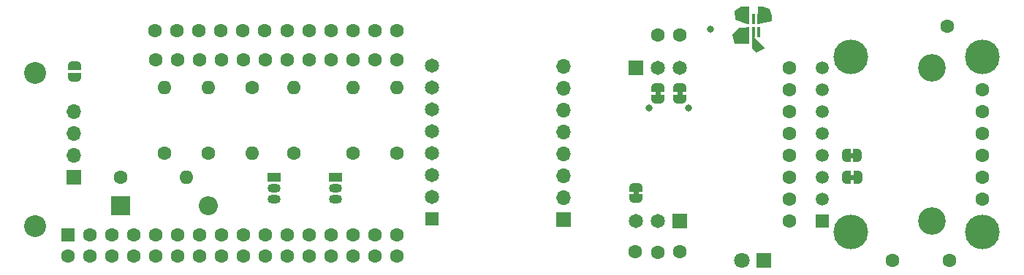
<source format=gbr>
%TF.GenerationSoftware,KiCad,Pcbnew,(7.0.0-0)*%
%TF.CreationDate,2023-06-13T14:54:47-07:00*%
%TF.ProjectId,ssrov-kicad-openctd,7373726f-762d-46b6-9963-61642d6f7065,rev?*%
%TF.SameCoordinates,Original*%
%TF.FileFunction,Soldermask,Bot*%
%TF.FilePolarity,Negative*%
%FSLAX46Y46*%
G04 Gerber Fmt 4.6, Leading zero omitted, Abs format (unit mm)*
G04 Created by KiCad (PCBNEW (7.0.0-0)) date 2023-06-13 14:54:47*
%MOMM*%
%LPD*%
G01*
G04 APERTURE LIST*
G04 Aperture macros list*
%AMFreePoly0*
4,1,19,0.500000,-0.750000,0.000000,-0.750000,0.000000,-0.744911,-0.071157,-0.744911,-0.207708,-0.704816,-0.327430,-0.627875,-0.420627,-0.520320,-0.479746,-0.390866,-0.500000,-0.250000,-0.500000,0.250000,-0.479746,0.390866,-0.420627,0.520320,-0.327430,0.627875,-0.207708,0.704816,-0.071157,0.744911,0.000000,0.744911,0.000000,0.750000,0.500000,0.750000,0.500000,-0.750000,0.500000,-0.750000,
$1*%
%AMFreePoly1*
4,1,19,0.000000,0.744911,0.071157,0.744911,0.207708,0.704816,0.327430,0.627875,0.420627,0.520320,0.479746,0.390866,0.500000,0.250000,0.500000,-0.250000,0.479746,-0.390866,0.420627,-0.520320,0.327430,-0.627875,0.207708,-0.704816,0.071157,-0.744911,0.000000,-0.744911,0.000000,-0.750000,-0.500000,-0.750000,-0.500000,0.750000,0.000000,0.750000,0.000000,0.744911,0.000000,0.744911,
$1*%
G04 Aperture macros list end*
%ADD10C,0.000000*%
%ADD11R,1.500000X1.050000*%
%ADD12O,1.500000X1.050000*%
%ADD13C,1.600000*%
%ADD14O,1.600000X1.600000*%
%ADD15R,1.508000X1.508000*%
%ADD16C,1.508000*%
%ADD17C,3.200000*%
%ADD18C,2.540000*%
%ADD19R,1.600000X1.600000*%
%ADD20R,1.651000X1.651000*%
%ADD21C,1.651000*%
%ADD22R,1.700000X1.700000*%
%ADD23O,1.700000X1.700000*%
%ADD24R,2.200000X2.200000*%
%ADD25O,2.200000X2.200000*%
%ADD26C,4.016000*%
%ADD27FreePoly0,90.000000*%
%ADD28FreePoly1,90.000000*%
%ADD29FreePoly0,0.000000*%
%ADD30FreePoly1,0.000000*%
%ADD31R,0.350000X1.200000*%
%ADD32R,1.650000X1.650000*%
%ADD33C,1.650000*%
%ADD34R,1.800000X1.800000*%
%ADD35C,1.800000*%
%ADD36FreePoly0,270.000000*%
%ADD37FreePoly1,270.000000*%
%ADD38C,0.800000*%
G04 APERTURE END LIST*
D10*
G36*
X179199000Y-82804000D02*
G01*
X177546000Y-82804000D01*
X177292000Y-81788000D01*
X178054000Y-80907000D01*
X179199000Y-80907000D01*
X179199000Y-82804000D01*
G37*
G36*
X179844000Y-82042000D02*
G01*
X180086000Y-82326000D01*
X180594000Y-82804000D01*
X181102000Y-83312000D01*
X180086000Y-83820000D01*
X179578000Y-83312000D01*
X179578000Y-81026000D01*
X179832000Y-81026000D01*
X179844000Y-82042000D01*
G37*
G36*
X179199000Y-80520000D02*
G01*
X178941000Y-80520000D01*
X177651000Y-80004000D01*
X177546000Y-78994000D01*
X178308000Y-78486000D01*
X179199000Y-78486000D01*
X179199000Y-80520000D01*
G37*
G36*
X181610000Y-78740000D02*
G01*
X181864000Y-79502000D01*
X181864000Y-80133000D01*
X180231000Y-80520000D01*
X180231000Y-78486000D01*
X180848000Y-78486000D01*
X181610000Y-78740000D01*
G37*
%TO.C,JP5*%
G36*
X166416000Y-100330000D02*
G01*
X165816000Y-100330000D01*
X165816000Y-99830000D01*
X166416000Y-99830000D01*
X166416000Y-100330000D01*
G37*
%TO.C,JP7*%
G36*
X191396000Y-98598000D02*
G01*
X190896000Y-98598000D01*
X190896000Y-97998000D01*
X191396000Y-97998000D01*
X191396000Y-98598000D01*
G37*
%TO.C,JP4*%
G36*
X168956000Y-88788000D02*
G01*
X168356000Y-88788000D01*
X168356000Y-88288000D01*
X168956000Y-88288000D01*
X168956000Y-88788000D01*
G37*
%TO.C,JP6*%
G36*
X191366000Y-96058000D02*
G01*
X190866000Y-96058000D01*
X190866000Y-95458000D01*
X191366000Y-95458000D01*
X191366000Y-96058000D01*
G37*
%TO.C,JP3*%
G36*
X171496000Y-88788000D02*
G01*
X170896000Y-88788000D01*
X170896000Y-88288000D01*
X171496000Y-88288000D01*
X171496000Y-88788000D01*
G37*
%TD*%
D11*
%TO.C,nMOS2*%
X131317999Y-98297999D03*
D12*
X131317999Y-99567999D03*
X131317999Y-100837999D03*
%TD*%
D13*
%TO.C,TP23*%
X105410000Y-107442000D03*
%TD*%
%TO.C,PWR-R2*%
X116586000Y-95504000D03*
D14*
X116585999Y-87883999D03*
%TD*%
D13*
%TO.C,D6-R4*%
X126492000Y-95504000D03*
D14*
X126491999Y-87883999D03*
%TD*%
D15*
%TO.C,U2*%
X187705999Y-103373999D03*
D16*
X187706000Y-100834000D03*
X187706000Y-98294000D03*
X187706000Y-95754000D03*
X187706000Y-93214000D03*
X187706000Y-90674000D03*
X187706000Y-88134000D03*
X187706000Y-85594000D03*
D17*
X200406000Y-103374000D03*
X200406000Y-85594000D03*
%TD*%
D13*
%TO.C,TP11*%
X135879090Y-81280000D03*
%TD*%
D18*
%TO.C,U3*%
X96530000Y-103923000D03*
X96530000Y-86143000D03*
D19*
X100339999Y-104938999D03*
D13*
X102880000Y-104939000D03*
X105420000Y-104939000D03*
X107960000Y-104939000D03*
X110500000Y-104939000D03*
X113040000Y-104939000D03*
X115580000Y-104939000D03*
X118120000Y-104939000D03*
X120660000Y-104939000D03*
X123200000Y-104939000D03*
X125740000Y-104939000D03*
X128280000Y-104939000D03*
X130820000Y-104939000D03*
X133360000Y-104939000D03*
X135900000Y-104939000D03*
X138440000Y-104939000D03*
X138440000Y-84619000D03*
X135900000Y-84619000D03*
X133360000Y-84619000D03*
X130820000Y-84619000D03*
X128280000Y-84619000D03*
X125740000Y-84619000D03*
X123200000Y-84619000D03*
X120660000Y-84619000D03*
X118120000Y-84619000D03*
X115580000Y-84619000D03*
X113040000Y-84619000D03*
X110500000Y-84619000D03*
%TD*%
D20*
%TO.C,U1*%
X166098999Y-85539999D03*
D21*
X168639000Y-85540000D03*
X171179000Y-85540000D03*
D20*
X171178999Y-103319999D03*
D21*
X168639000Y-103320000D03*
X166099000Y-103320000D03*
%TD*%
D13*
%TO.C,TP15*%
X183896000Y-95754000D03*
%TD*%
%TO.C,TP19*%
X166042000Y-106955000D03*
%TD*%
%TO.C,TP5*%
X120573636Y-81280000D03*
%TD*%
%TO.C,TP26*%
X113030000Y-107442000D03*
%TD*%
%TO.C,TP32*%
X128270000Y-107442000D03*
%TD*%
%TO.C,TP6*%
X123124545Y-81280000D03*
%TD*%
%TO.C,TP36*%
X138430000Y-107442000D03*
%TD*%
%TO.C,TP7*%
X125675454Y-81280000D03*
%TD*%
%TO.C,TP10*%
X133328181Y-81280000D03*
%TD*%
%TO.C,TP13*%
X168656000Y-81788000D03*
%TD*%
%TO.C,TP43*%
X195834000Y-107950000D03*
%TD*%
%TO.C,TP44*%
X202184000Y-80772000D03*
%TD*%
%TO.C,TP16*%
X183896000Y-98294000D03*
%TD*%
%TO.C,TP34*%
X133350000Y-107442000D03*
%TD*%
%TO.C,TP30*%
X123190000Y-107442000D03*
%TD*%
D22*
%TO.C,FastCharge_Conn1*%
X101016000Y-98309998D03*
D23*
X101016000Y-95769998D03*
X101016000Y-93229998D03*
X101016000Y-90689998D03*
%TD*%
D13*
%TO.C,PWR-R1*%
X111506000Y-95504000D03*
D14*
X111505999Y-87883999D03*
%TD*%
D13*
%TO.C,TP33*%
X130810000Y-107442000D03*
%TD*%
%TO.C,TP35*%
X135890000Y-107442000D03*
%TD*%
%TO.C,TP2*%
X112920909Y-81280000D03*
%TD*%
D24*
%TO.C,D1*%
X106425999Y-101599999D03*
D25*
X116585999Y-101599999D03*
%TD*%
D13*
%TO.C,TP24*%
X107950000Y-107442000D03*
%TD*%
%TO.C,TP12*%
X138430000Y-81280000D03*
%TD*%
%TO.C,TP29*%
X120650000Y-107442000D03*
%TD*%
%TO.C,TP21*%
X100330000Y-107442000D03*
%TD*%
%TO.C,TP9*%
X130777272Y-81280000D03*
%TD*%
%TO.C,TP4*%
X118022727Y-81280000D03*
%TD*%
%TO.C,TP14*%
X171196000Y-81788000D03*
%TD*%
%TO.C,TP28*%
X118110000Y-107442000D03*
%TD*%
%TO.C,TP18*%
X183896000Y-103374000D03*
%TD*%
%TO.C,PWR--R7*%
X106426000Y-98298000D03*
D14*
X114045999Y-98297999D03*
%TD*%
D13*
%TO.C,TP1*%
X110370000Y-81280000D03*
%TD*%
D11*
%TO.C,nMOS1*%
X124205999Y-98297999D03*
D12*
X124205999Y-99567999D03*
X124205999Y-100837999D03*
%TD*%
D13*
%TO.C,TP25*%
X110490000Y-107442000D03*
%TD*%
%TO.C,TP31*%
X125730000Y-107442000D03*
%TD*%
%TO.C,TP20*%
X171196000Y-106955000D03*
%TD*%
%TO.C,TP22*%
X102870000Y-107442000D03*
%TD*%
%TO.C,TP17*%
X183896000Y-100834000D03*
%TD*%
%TO.C,LED-R3*%
X121666000Y-87884000D03*
D14*
X121665999Y-95503999D03*
%TD*%
D13*
%TO.C,SDA-R6*%
X138430000Y-95504000D03*
D14*
X138429999Y-87883999D03*
%TD*%
D13*
%TO.C,TP3*%
X115471818Y-81280000D03*
%TD*%
%TO.C,TP8*%
X128226363Y-81280000D03*
%TD*%
%TO.C,TP41*%
X168608000Y-106974000D03*
%TD*%
%TO.C,TP42*%
X202438000Y-107950000D03*
%TD*%
%TO.C,TP27*%
X115570000Y-107442000D03*
%TD*%
%TO.C,SCL-R5*%
X133350000Y-95504000D03*
D14*
X133349999Y-87883999D03*
%TD*%
D26*
%TO.C,BNO055_IMU1*%
X206248000Y-84344000D03*
X191008000Y-84344000D03*
X206258000Y-104654000D03*
X191008000Y-104664000D03*
D13*
X206248000Y-88154000D03*
X206248000Y-90694000D03*
X206248000Y-93234000D03*
X206248000Y-95774000D03*
X206248000Y-98314000D03*
X206248000Y-100854000D03*
%TD*%
D27*
%TO.C,JP5*%
X166116000Y-100726000D03*
D28*
X166116000Y-99426000D03*
%TD*%
D13*
%TO.C,TP37*%
X183848000Y-85594000D03*
%TD*%
D29*
%TO.C,JP7*%
X190500000Y-98298000D03*
D30*
X191800000Y-98298000D03*
%TD*%
D31*
%TO.C,LIGHTSENSE1*%
X179057999Y-79933999D03*
X179707999Y-79933999D03*
X180357999Y-79933999D03*
X180357999Y-81433999D03*
X179707999Y-81433999D03*
X179057999Y-81433999D03*
%TD*%
D27*
%TO.C,JP4*%
X168656000Y-89184000D03*
D28*
X168656000Y-87884000D03*
%TD*%
D29*
%TO.C,JP6*%
X190470000Y-95758000D03*
D30*
X191770000Y-95758000D03*
%TD*%
D32*
%TO.C,J1*%
X142493999Y-103123999D03*
D33*
X142494000Y-100584000D03*
X142494000Y-98044000D03*
X142494000Y-95504000D03*
X142494000Y-92964000D03*
X142494000Y-90424000D03*
X142494000Y-87884000D03*
X142494000Y-85344000D03*
%TD*%
D13*
%TO.C,TP38*%
X183896000Y-88134000D03*
%TD*%
D27*
%TO.C,JP3*%
X171196000Y-89184000D03*
D28*
X171196000Y-87884000D03*
%TD*%
D34*
%TO.C,D2*%
X180907999Y-107963999D03*
D35*
X178368000Y-107964000D03*
%TD*%
D36*
%TO.C,JP2*%
X101092000Y-85344000D03*
D37*
X101092000Y-86644000D03*
%TD*%
D13*
%TO.C,TP39*%
X183896000Y-90674000D03*
%TD*%
D22*
%TO.C,J2*%
X157733999Y-103163999D03*
D23*
X157733999Y-100623999D03*
X157733999Y-98083999D03*
X157733999Y-95543999D03*
X157733999Y-93003999D03*
X157733999Y-90463999D03*
X157733999Y-87923999D03*
X157733999Y-85383999D03*
%TD*%
D13*
%TO.C,TP40*%
X183896000Y-93214000D03*
%TD*%
D38*
X174728000Y-81084000D03*
X172212000Y-90200000D03*
X178054000Y-82042000D03*
X167640000Y-90200000D03*
M02*

</source>
